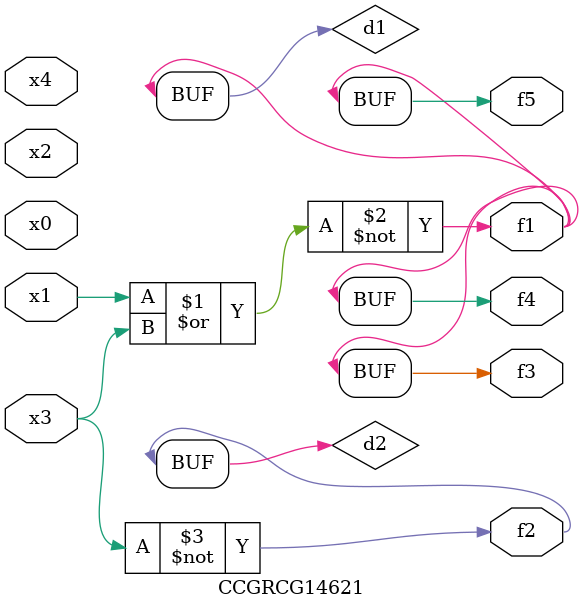
<source format=v>
module CCGRCG14621(
	input x0, x1, x2, x3, x4,
	output f1, f2, f3, f4, f5
);

	wire d1, d2;

	nor (d1, x1, x3);
	not (d2, x3);
	assign f1 = d1;
	assign f2 = d2;
	assign f3 = d1;
	assign f4 = d1;
	assign f5 = d1;
endmodule

</source>
